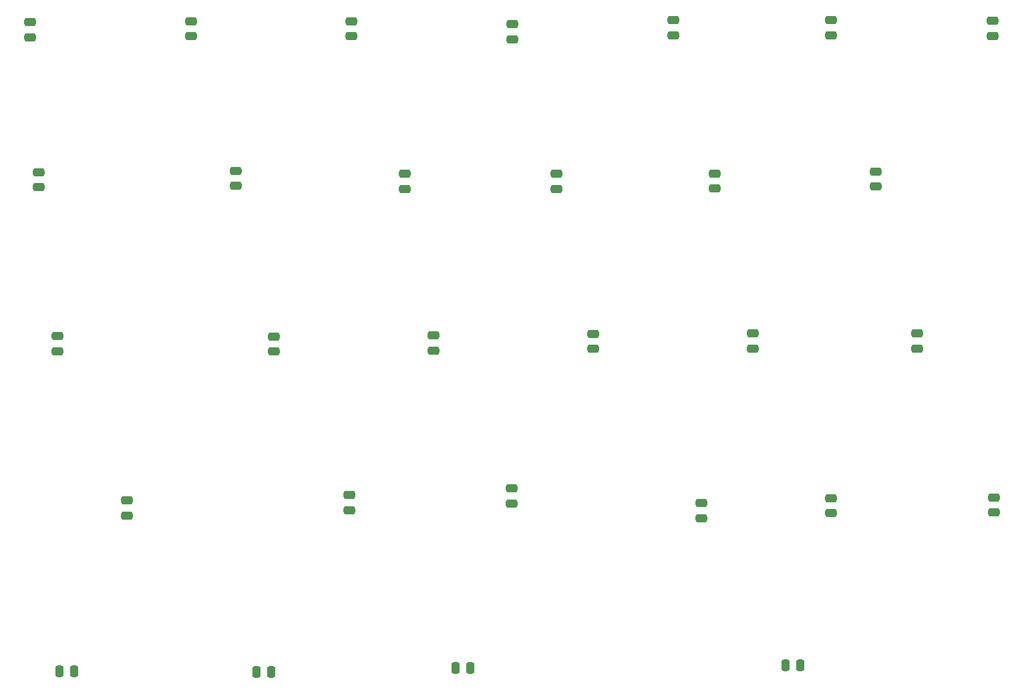
<source format=gbr>
%TF.GenerationSoftware,KiCad,Pcbnew,6.0.2+dfsg-1*%
%TF.CreationDate,2023-05-02T18:44:15+02:00*%
%TF.ProjectId,keyboard2_ctrl,6b657962-6f61-4726-9432-5f6374726c2e,rev?*%
%TF.SameCoordinates,Original*%
%TF.FileFunction,Paste,Top*%
%TF.FilePolarity,Positive*%
%FSLAX46Y46*%
G04 Gerber Fmt 4.6, Leading zero omitted, Abs format (unit mm)*
G04 Created by KiCad (PCBNEW 6.0.2+dfsg-1) date 2023-05-02 18:44:15*
%MOMM*%
%LPD*%
G01*
G04 APERTURE LIST*
G04 Aperture macros list*
%AMRoundRect*
0 Rectangle with rounded corners*
0 $1 Rounding radius*
0 $2 $3 $4 $5 $6 $7 $8 $9 X,Y pos of 4 corners*
0 Add a 4 corners polygon primitive as box body*
4,1,4,$2,$3,$4,$5,$6,$7,$8,$9,$2,$3,0*
0 Add four circle primitives for the rounded corners*
1,1,$1+$1,$2,$3*
1,1,$1+$1,$4,$5*
1,1,$1+$1,$6,$7*
1,1,$1+$1,$8,$9*
0 Add four rect primitives between the rounded corners*
20,1,$1+$1,$2,$3,$4,$5,0*
20,1,$1+$1,$4,$5,$6,$7,0*
20,1,$1+$1,$6,$7,$8,$9,0*
20,1,$1+$1,$8,$9,$2,$3,0*%
G04 Aperture macros list end*
%ADD10RoundRect,0.250000X-0.250000X-0.475000X0.250000X-0.475000X0.250000X0.475000X-0.250000X0.475000X0*%
%ADD11RoundRect,0.250000X0.475000X-0.250000X0.475000X0.250000X-0.475000X0.250000X-0.475000X-0.250000X0*%
%ADD12RoundRect,0.250000X0.250000X0.475000X-0.250000X0.475000X-0.250000X-0.475000X0.250000X-0.475000X0*%
G04 APERTURE END LIST*
D10*
%TO.C,D_Alt1*%
X86733068Y-120177049D03*
X88633068Y-120177049D03*
%TD*%
D11*
%TO.C,D_Z1*%
X73295589Y-100173253D03*
X73295589Y-98273253D03*
%TD*%
%TO.C,D_F1*%
X124452084Y-79713012D03*
X124452084Y-77813012D03*
%TD*%
%TO.C,D_W1*%
X80294988Y-59447891D03*
X80294988Y-57547891D03*
%TD*%
%TO.C,D_esc1*%
X32835000Y-40255000D03*
X32835000Y-38355000D03*
%TD*%
%TO.C,D_A1*%
X63734613Y-80058602D03*
X63734613Y-78158602D03*
%TD*%
%TO.C,D_G1*%
X145267223Y-79686429D03*
X145267223Y-77786429D03*
%TD*%
%TO.C,D_2*%
X73539000Y-40135000D03*
X73539000Y-38235000D03*
%TD*%
%TO.C,D_B1*%
X154996262Y-100463080D03*
X154996262Y-98563080D03*
%TD*%
%TO.C,D_V1*%
X134369570Y-100567144D03*
X134369570Y-98667144D03*
%TD*%
D12*
%TO.C,D_Space1*%
X130472244Y-119817106D03*
X128572244Y-119817106D03*
%TD*%
D11*
%TO.C,D_R1*%
X119612474Y-59421307D03*
X119612474Y-57521307D03*
%TD*%
%TO.C,D_S1*%
X83991493Y-79945249D03*
X83991493Y-78045249D03*
%TD*%
%TO.C,D_4*%
X114326316Y-39983489D03*
X114326316Y-38083489D03*
%TD*%
%TO.C,D_Caps1*%
X36273516Y-80051584D03*
X36273516Y-78151584D03*
%TD*%
%TO.C,D_3*%
X93955000Y-40507000D03*
X93955000Y-38607000D03*
%TD*%
D12*
%TO.C,D_Lin1*%
X63425929Y-120671049D03*
X61525929Y-120671049D03*
%TD*%
D11*
%TO.C,D_E1*%
X99515098Y-59447891D03*
X99515098Y-57547891D03*
%TD*%
%TO.C,D_1*%
X53233144Y-40133000D03*
X53233144Y-38233000D03*
%TD*%
%TO.C,D_5*%
X134371949Y-39970006D03*
X134371949Y-38070006D03*
%TD*%
%TO.C,D_D1*%
X104221788Y-79732578D03*
X104221788Y-77832578D03*
%TD*%
D12*
%TO.C,D_Ctrl1*%
X38439665Y-120581049D03*
X36539665Y-120581049D03*
%TD*%
D11*
%TO.C,D_Tab1*%
X33932787Y-59261804D03*
X33932787Y-57361804D03*
%TD*%
%TO.C,D_T1*%
X139975689Y-59182052D03*
X139975689Y-57282052D03*
%TD*%
%TO.C,D_Shift1*%
X45095757Y-100849441D03*
X45095757Y-98949441D03*
%TD*%
%TO.C,D_C1*%
X117937509Y-101215304D03*
X117937509Y-99315304D03*
%TD*%
%TO.C,D_Q1*%
X58948172Y-59102301D03*
X58948172Y-57202301D03*
%TD*%
%TO.C,D_X1*%
X93839574Y-99343838D03*
X93839574Y-97443838D03*
%TD*%
%TO.C,D_6*%
X154831270Y-40090006D03*
X154831270Y-38190006D03*
%TD*%
M02*

</source>
